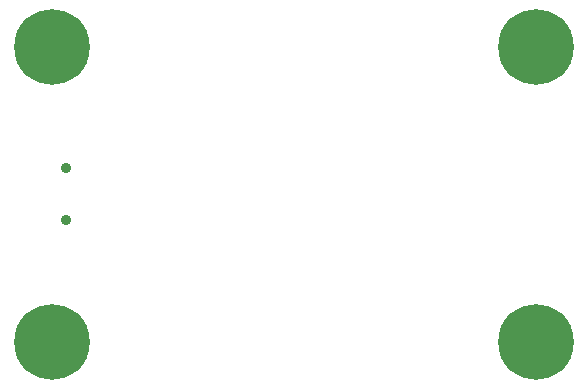
<source format=gbs>
%TF.GenerationSoftware,KiCad,Pcbnew,(6.0.1-0)*%
%TF.CreationDate,2022-04-28T20:36:40+12:00*%
%TF.ProjectId,gswitch18,67737769-7463-4683-9138-2e6b69636164,1.2*%
%TF.SameCoordinates,PX487ab00PY3072580*%
%TF.FileFunction,Soldermask,Bot*%
%TF.FilePolarity,Negative*%
%FSLAX46Y46*%
G04 Gerber Fmt 4.6, Leading zero omitted, Abs format (unit mm)*
G04 Created by KiCad (PCBNEW (6.0.1-0)) date 2022-04-28 20:36:40*
%MOMM*%
%LPD*%
G01*
G04 APERTURE LIST*
%ADD10C,0.800000*%
%ADD11C,6.400000*%
%ADD12C,0.900000*%
G04 APERTURE END LIST*
D10*
%TO.C,MH1*%
X3500000Y-1100000D03*
X5197056Y-5197056D03*
X1802944Y-5197056D03*
X1100000Y-3500000D03*
X5197056Y-1802944D03*
X3500000Y-5900000D03*
X1802944Y-1802944D03*
X5900000Y-3500000D03*
D11*
X3500000Y-3500000D03*
%TD*%
D10*
%TO.C,MH2*%
X46197056Y-5197056D03*
X46900000Y-3500000D03*
X42802944Y-1802944D03*
X42802944Y-5197056D03*
X44500000Y-5900000D03*
D11*
X44500000Y-3500000D03*
D10*
X42100000Y-3500000D03*
X46197056Y-1802944D03*
X44500000Y-1100000D03*
%TD*%
%TO.C,MH3*%
X1802944Y-30197056D03*
X5197056Y-30197056D03*
X1802944Y-26802944D03*
X1100000Y-28500000D03*
D11*
X3500000Y-28500000D03*
D10*
X3500000Y-26100000D03*
X3500000Y-30900000D03*
X5900000Y-28500000D03*
X5197056Y-26802944D03*
%TD*%
%TO.C,MH4*%
X46197056Y-26802944D03*
X46197056Y-30197056D03*
X44500000Y-30900000D03*
X42802944Y-26802944D03*
X42802944Y-30197056D03*
D11*
X44500000Y-28500000D03*
D10*
X46900000Y-28500000D03*
X42100000Y-28500000D03*
X44500000Y-26100000D03*
%TD*%
D12*
%TO.C,P4*%
X4700000Y-13800000D03*
X4700000Y-18200000D03*
%TD*%
M02*

</source>
